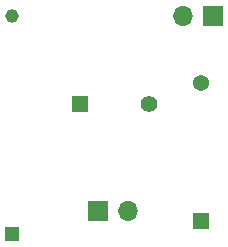
<source format=gbr>
%TF.GenerationSoftware,KiCad,Pcbnew,9.0.0*%
%TF.CreationDate,2025-04-22T16:11:36+05:00*%
%TF.ProjectId,RF Detection Circuit,52462044-6574-4656-9374-696f6e204369,rev?*%
%TF.SameCoordinates,Original*%
%TF.FileFunction,Soldermask,Top*%
%TF.FilePolarity,Negative*%
%FSLAX46Y46*%
G04 Gerber Fmt 4.6, Leading zero omitted, Abs format (unit mm)*
G04 Created by KiCad (PCBNEW 9.0.0) date 2025-04-22 16:11:36*
%MOMM*%
%LPD*%
G01*
G04 APERTURE LIST*
%ADD10R,1.150000X1.150000*%
%ADD11C,1.150000*%
%ADD12R,1.700000X1.700000*%
%ADD13O,1.700000X1.700000*%
%ADD14R,1.371600X1.371600*%
%ADD15C,1.371600*%
%ADD16R,1.422400X1.422400*%
%ADD17C,1.422400*%
G04 APERTURE END LIST*
D10*
%TO.C,D1*%
X114000000Y-87500000D03*
D11*
X114000000Y-69000000D03*
%TD*%
D12*
%TO.C,Well_Coil1*%
X131000000Y-69000000D03*
D13*
X128460000Y-69000000D03*
%TD*%
D14*
%TO.C,R1*%
X130000000Y-86342000D03*
D15*
X130000000Y-74658000D03*
%TD*%
D12*
%TO.C,Big_Coil1*%
X121225000Y-85500000D03*
D13*
X123765000Y-85500000D03*
%TD*%
D16*
%TO.C,L2*%
X119771150Y-76500000D03*
D17*
X125562350Y-76500000D03*
%TD*%
M02*

</source>
